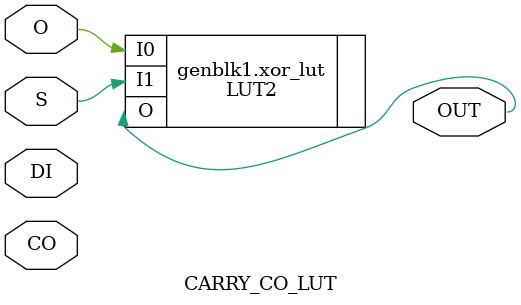
<source format=v>
module CARRY_CO_DIRECT(input CO, input O, input S, input DI, output OUT);

parameter TOP_OF_CHAIN = 0;

assign OUT = CO;

endmodule

// Compute CO from S, DI, O.
module CARRY_CO_LUT(input CO, input O, input S, input DI, output OUT);

parameter TOP_OF_CHAIN = 0;

generate if(TOP_OF_CHAIN)
    // S == S[i]
    // DI == DI[i]
    // O == O[i]
    // CO == CO[i]
    //
    // Need to replicate both MUXCY and XORCY to get CO[i].
    //
    // Equations:
    //   1) CO[i] = S[i] ? CO[i-1] : DI[i]
    //   2) O[i] = S[i] ^ CO[i-1]
    //
    //   -- Add "S[i] ^" to the front of both sides of eq 2 --
    //
    //   3) S[i] ^ O[i] = S[i] ^ S[i] ^ CO[i-1]
    //
    //   -- Apply A ^ A = 0 to eq 3 --
    //
    //   4) S[i] ^ O[i] = 0 ^ CO[i-1]
    //
    //   -- Apply A ^ B = B ^ A to eq 4
    //
    //   5) S[i] ^ O[i] = CO[i-1] ^ 0
    //
    //   -- Apply A ^ 0 = A to eq 5
    //
    //   6) S[i] ^ O[i] = CO[i-1]
    //
    //   -- subsititude CO[i-1] from eq 6 into equation 1 --
    //
    //   7) CO[i] = S[i] ? (S[i] ^ O[i]) : DI[i]
    //
    // DI, S, O (0, 0, 0) = 0 => OUT = DI => 0
    // DI, S, O (0, 0, 1) = 1 => OUT = DI => 0
    // DI, S, O (0, 1, 0) = 2 => OUT = S ^ O => 1
    // DI, S, O (0, 1, 1) = 3 => OUT = S ^ O => 0
    // DI, S, O (1, 0, 0) = 4 => OUT = DI => 1
    // DI, S, O (1, 0, 1) = 5 => OUT = DI => 1
    // DI, S, O (1, 1, 0) = 6 => OUT = S ^ O => 1
    // DI, S, O (1, 1, 1) = 7 => OUT = S ^ O => 0
    //
    LUT3 #(.INIT(8'b01110100)) mux_and_xor_lut (.I0(O), .I1(S), .I2(DI), .O(OUT));
else
    // S == S[i+1]
    // O == O[i+1]
    // CO == CO[i]
    //
    // Because S/O from next level is available, equation is simply:
    //
    // CO[i] = S[i+1] ^ O[i+1]
    //
    // S, O (0, 0) = 0 => 0
    // S, O (0, 1) = 1 => 1
    // S, O (1, 0) = 2 => 1
    // S, O (1, 1) = 3 => 0
    //
    LUT2 #(.INIT(4'b0110)) xor_lut (.I0(O), .I1(S), .O(OUT));
endgenerate

endmodule

</source>
